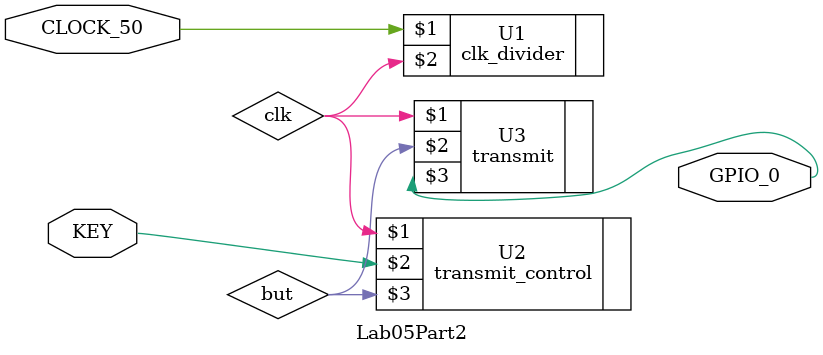
<source format=v>
module Lab05Part2(
	input CLOCK_50,
	input KEY,
	output GPIO_0

);

wire clk, but;

clk_divider			#(2500)	U1(CLOCK_50, clk);
transmit_control				U2(clk, KEY, but);
transmit							U3(clk, but, GPIO_0);


endmodule
</source>
